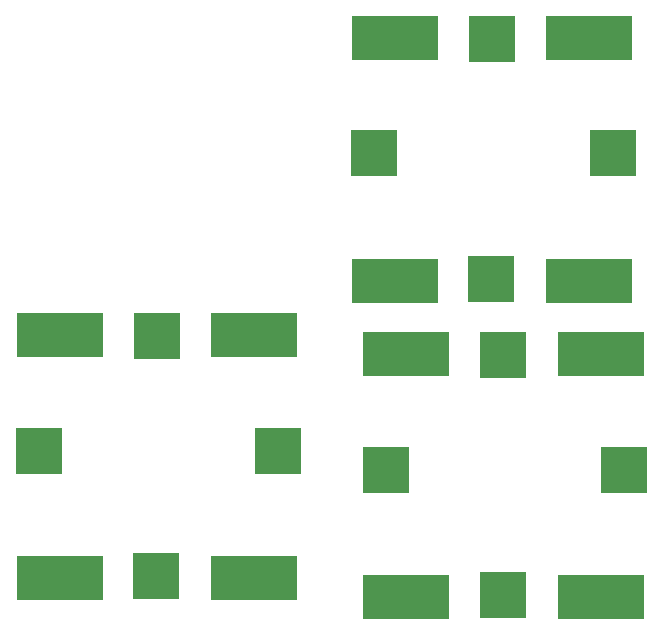
<source format=gbr>
%TF.GenerationSoftware,KiCad,Pcbnew,(5.1.12)-1*%
%TF.CreationDate,2022-11-07T03:47:31-06:00*%
%TF.ProjectId,perovskite_contact_board,7065726f-7673-46b6-9974-655f636f6e74,rev?*%
%TF.SameCoordinates,Original*%
%TF.FileFunction,Paste,Top*%
%TF.FilePolarity,Positive*%
%FSLAX46Y46*%
G04 Gerber Fmt 4.6, Leading zero omitted, Abs format (unit mm)*
G04 Created by KiCad (PCBNEW (5.1.12)-1) date 2022-11-07 03:47:31*
%MOMM*%
%LPD*%
G01*
G04 APERTURE LIST*
%ADD10R,7.400000X3.800000*%
%ADD11R,4.000000X4.000000*%
G04 APERTURE END LIST*
D10*
%TO.C,U1*%
X176413720Y-72795720D03*
X192863720Y-72795720D03*
X192863720Y-93395720D03*
X176413720Y-93395720D03*
D11*
X184613720Y-72895720D03*
X184563720Y-93195720D03*
X174663720Y-82595720D03*
X194863720Y-82595720D03*
%TD*%
D10*
%TO.C,U2*%
X205740560Y-74401000D03*
X222190560Y-74401000D03*
X222190560Y-95001000D03*
X205740560Y-95001000D03*
D11*
X213940560Y-74501000D03*
X213890560Y-94801000D03*
X203990560Y-84201000D03*
X224190560Y-84201000D03*
%TD*%
%TO.C,U3*%
X223206960Y-57404000D03*
X203006960Y-57404000D03*
X212906960Y-68004000D03*
X212956960Y-47704000D03*
D10*
X204756960Y-68204000D03*
X221206960Y-68204000D03*
X221206960Y-47604000D03*
X204756960Y-47604000D03*
%TD*%
M02*

</source>
